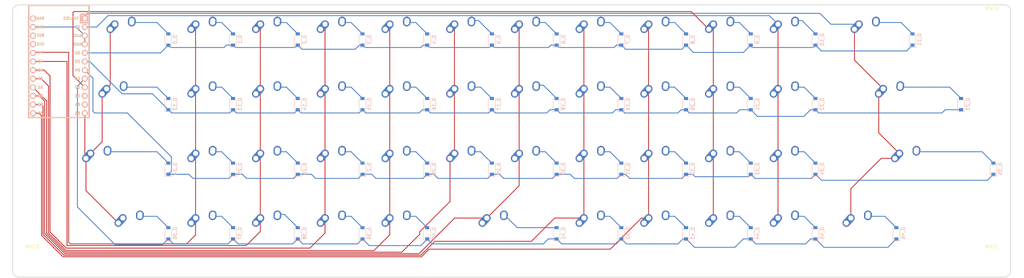
<source format=kicad_pcb>
(kicad_pcb (version 20211014) (generator pcbnew)
  (layers (0 "F.Cu" signal) (31 "B.Cu" signal) (34 "B.Paste" user) (35 "F.Paste" user) (36 "B.SilkS" user "B.Silkscreen") (37 "F.SilkS" user "F.Silkscreen") (38 "B.Mask" user) (39 "F.Mask" user) (44 "Edge.Cuts" user))
  (net 0 "")
  (net 1 "col0")
  (net 2 "col1")
  (net 3 "col2")
  (net 4 "col3")
  (net 5 "col4")
  (net 6 "col5")
  (net 7 "col6")
  (net 8 "col7")
  (net 9 "col8")
  (net 10 "col9")
  (net 11 "col10")
  (net 12 "col11")
  (net 13 "row0")
  (net 14 "row1")
  (net 15 "row2")
  (net 16 "row3")
  (net 17 "Net-(D_0-Pad2)")
  (net 18 "Net-(D_1-Pad2)")
  (net 19 "Net-(D_2-Pad2)")
  (net 20 "Net-(D_3-Pad2)")
  (net 21 "Net-(D_4-Pad2)")
  (net 22 "Net-(D_5-Pad2)")
  (net 23 "Net-(D_6-Pad2)")
  (net 24 "Net-(D_7-Pad2)")
  (net 25 "Net-(D_8-Pad2)")
  (net 26 "Net-(D_9-Pad2)")
  (net 27 "Net-(D_10-Pad2)")
  (net 28 "Net-(D_11-Pad2)")
  (net 29 "Net-(D_12-Pad2)")
  (net 30 "Net-(D_13-Pad2)")
  (net 31 "Net-(D_14-Pad2)")
  (net 32 "Net-(D_15-Pad2)")
  (net 33 "Net-(D_16-Pad2)")
  (net 34 "Net-(D_17-Pad2)")
  (net 35 "Net-(D_18-Pad2)")
  (net 36 "Net-(D_19-Pad2)")
  (net 37 "Net-(D_20-Pad2)")
  (net 38 "Net-(D_21-Pad2)")
  (net 39 "Net-(D_22-Pad2)")
  (net 40 "Net-(D_23-Pad2)")
  (net 41 "Net-(D_24-Pad2)")
  (net 42 "Net-(D_25-Pad2)")
  (net 43 "Net-(D_26-Pad2)")
  (net 44 "Net-(D_27-Pad2)")
  (net 45 "Net-(D_28-Pad2)")
  (net 46 "Net-(D_29-Pad2)")
  (net 47 "Net-(D_30-Pad2)")
  (net 48 "Net-(D_31-Pad2)")
  (net 49 "Net-(D_32-Pad2)")
  (net 50 "Net-(D_33-Pad2)")
  (net 51 "Net-(D_34-Pad2)")
  (net 52 "Net-(D_35-Pad2)")
  (net 53 "Net-(D_36-Pad2)")
  (net 54 "Net-(D_37-Pad2)")
  (net 55 "Net-(D_38-Pad2)")
  (net 56 "Net-(D_39-Pad2)")
  (net 57 "Net-(D_40-Pad2)")
  (net 58 "Net-(D_41-Pad2)")
  (net 59 "Net-(D_42-Pad2)")
  (net 60 "Net-(D_43-Pad2)")
  (net 61 "Net-(D_44-Pad2)")
  (net 62 "Net-(D_45-Pad2)")
  (net 63 "Net-(D_46-Pad2)")
  (net 64 "GND")
  (footprint "MX_Alps_Hybrid:MX-1U-NoLED" (layer "F.Cu") (at 291.548625 34.726)
    (fp_text reference "K_10")
    (fp_text value "KEYSW")
  )
  (footprint "MX_Alps_Hybrid:MX-1U-NoLED" (layer "F.Cu") (at 139.148625 53.776)
    (fp_text reference "K_14")
    (fp_text value "KEYSW")
  )
  (footprint "MX_Alps_Hybrid:MX-1U-NoLED" (layer "F.Cu") (at 234.398625 91.876)
    (fp_text reference "K_42")
    (fp_text value "KEYSW")
  )
  (footprint "MX_Alps_Hybrid:MX-1U-NoLED" (layer "F.Cu") (at 215.348625 72.826)
    (fp_text reference "K_30")
    (fp_text value "KEYSW")
  )
  (footprint "MX_Alps_Hybrid:MX-1U-NoLED" (layer "F.Cu") (at 272.498625 91.876)
    (fp_text reference "K_44")
    (fp_text value "KEYSW")
  )
  (footprint "MountingHole:MountingHole_3.2mm_M3" (layer "F.Cu") (at 352 30.25)
    (fp_text reference "MNT2")
    (fp_text value "MountingHole_3.2mm_M3")
  )
  (footprint "MX_Alps_Hybrid:MX-1U-NoLED" (layer "F.Cu") (at 234.398625 72.826)
    (fp_text reference "K_31")
    (fp_text value "KEYSW")
  )
  (footprint "MX_Alps_Hybrid:MX-1.25U-NoLED" (layer "F.Cu") (at 98.667375 91.876)
    (fp_text reference "K_36")
    (fp_text value "KEYSW")
  )
  (footprint "MX_Alps_Hybrid:MX-1U-NoLED" (layer "F.Cu") (at 234.398625 53.776)
    (fp_text reference "K_19")
    (fp_text value "KEYSW")
  )
  (footprint "MX_Alps_Hybrid:MX-1U-NoLED" (layer "F.Cu") (at 177.248625 72.826)
    (fp_text reference "K_28")
    (fp_text value "KEYSW")
  )
  (footprint "MX_Alps_Hybrid:MX-1U-NoLED" (layer "F.Cu") (at 177.248625 53.776)
    (fp_text reference "K_16")
    (fp_text value "KEYSW")
  )
  (footprint "MX_Alps_Hybrid:MX-1U-NoLED" (layer "F.Cu") (at 291.548625 91.876)
    (fp_text reference "K_45")
    (fp_text value "KEYSW")
  )
  (footprint "MX_Alps_Hybrid:MX-1U-NoLED" (layer "F.Cu") (at 177.248625 34.726)
    (fp_text reference "K_4")
    (fp_text value "KEYSW")
  )
  (footprint "MX_Alps_Hybrid:MX-1U-NoLED" (layer "F.Cu") (at 120.098625 72.826)
    (fp_text reference "K_25")
    (fp_text value "KEYSW")
  )
  (footprint "MountingHole:MountingHole_3.2mm_M3" (layer "F.Cu") (at 352 100.5)
    (fp_text reference "MNT1")
    (fp_text value "MountingHole_3.2mm_M3")
  )
  (footprint "MX_Alps_Hybrid:MX-1U-NoLED" (layer "F.Cu") (at 120.098625 34.726)
    (fp_text reference "K_1")
    (fp_text value "KEYSW")
  )
  (footprint "MX_Alps_Hybrid:MX-1U-NoLED" (layer "F.Cu") (at 253.448625 72.826)
    (fp_text reference "K_32")
    (fp_text value "KEYSW")
  )
  (footprint "MX_Alps_Hybrid:MX-1U-NoLED" (layer "F.Cu") (at 158.198625 53.776)
    (fp_text reference "K_15")
    (fp_text value "KEYSW")
  )
  (footprint "MX_Alps_Hybrid:MX-1U-NoLED" (layer "F.Cu") (at 158.198625 91.876)
    (fp_text reference "K_39")
    (fp_text value "KEYSW")
  )
  (footprint "MX_Alps_Hybrid:MX-1U-NoLED" (layer "F.Cu") (at 139.148625 34.726)
    (fp_text reference "K_2")
    (fp_text value "KEYSW")
  )
  (footprint "MX_Alps_Hybrid:MX-1U-NoLED" (layer "F.Cu") (at 158.198625 34.726)
    (fp_text reference "K_3")
    (fp_text value "KEYSW")
  )
  (footprint "MX_Alps_Hybrid:MX-1U-NoLED" (layer "F.Cu") (at 272.498625 53.776)
    (fp_text reference "K_21")
    (fp_text value "KEYSW")
  )
  (footprint "MX_Alps_Hybrid:MX-1U-NoLED" (layer "F.Cu") (at 215.348625 53.776)
    (fp_text reference "K_18")
    (fp_text value "KEYSW")
  )
  (footprint "MX_Alps_Hybrid:MX-1U-NoLED" (layer "F.Cu") (at 253.448625 91.876)
    (fp_text reference "K_43")
    (fp_text value "KEYSW")
  )
  (footprint "MX_Alps_Hybrid:MX-1U-NoLED" (layer "F.Cu") (at 196.298625 53.776)
    (fp_text reference "K_17")
    (fp_text value "KEYSW")
  )
  (footprint "MX_Alps_Hybrid:MX-1U-NoLED" (layer "F.Cu") (at 196.298625 34.726)
    (fp_text reference "K_5")
    (fp_text value "KEYSW")
  )
  (footprint "MX_Alps_Hybrid:MX-1U-NoLED" (layer "F.Cu") (at 253.448625 53.776)
    (fp_text reference "K_20")
    (fp_text value "KEYSW")
  )
  (footprint "MX_Alps_Hybrid:MX-1U-NoLED" (layer "F.Cu") (at 253.448625 34.726)
    (fp_text reference "K_8")
    (fp_text value "KEYSW")
  )
  (footprint "MX_Alps_Hybrid:MX-1U-NoLED" (layer "F.Cu") (at 234.398625 34.726)
    (fp_text reference "K_7")
    (fp_text value "KEYSW")
  )
  (footprint "MX_Alps_Hybrid:MX-1.75U-NoLED" (layer "F.Cu") (at 93.904875 53.776)
    (fp_text reference "K_12")
    (fp_text value "KEYSW")
  )
  (footprint "MX_Alps_Hybrid:MX-2.25U-NoLED" (layer "F.Cu") (at 322.504875 53.776)
    (fp_text reference "K_23")
    (fp_text value "KEYSW")
  )
  (footprint "MX_Alps_Hybrid:MX-1U-NoLED" (layer "F.Cu") (at 272.498625 72.826)
    (fp_text reference "K_33")
    (fp_text value "KEYSW")
  )
  (footprint "MX_Alps_Hybrid:MX-1U-NoLED" (layer "F.Cu") (at 196.298625 72.826)
    (fp_text reference "K_29")
    (fp_text value "KEYSW")
  )
  (footprint "MX_Alps_Hybrid:MX-1.5U-NoLED" (layer "F.Cu") (at 96.286125 34.726)
    (fp_text reference "K_0")
    (fp_text value "KEYSW")
  )
  (footprint "MX_Alps_Hybrid:MX-2.25U-NoLED" (layer "F.Cu") (at 89.142375 72.826)
    (fp_text reference "K_24")
    (fp_text value "KEYSW")
  )
  (footprint "MX_Alps_Hybrid:MX-1U-NoLED" (layer "F.Cu") (at 120.098625 91.876)
    (fp_text reference "K_37")
    (fp_text value "KEYSW")
  )
  (footprint "MX_Alps_Hybrid:MX-2U-NoLED" (layer "F.Cu") (at 205.823625 91.876)
    (fp_text reference "K_41")
    (fp_text value "KEYSW")
  )
  (footprint "MX_Alps_Hybrid:MX-1U-NoLED" (layer "F.Cu") (at 272.498625 34.726)
    (fp_text reference "K_9")
    (fp_text value "KEYSW")
  )
  (footprint "MX_Alps_Hybrid:MX-1.25U-NoLED" (layer "F.Cu") (at 312.979875 91.876)
    (fp_text reference "K_46")
    (fp_text value "KEYSW")
  )
  (footprint "MX_Alps_Hybrid:MX-1U-NoLED" (layer "F.Cu") (at 158.198625 72.826)
    (fp_text reference "K_27")
    (fp_text value "KEYSW")
  )
  (footprint "MX_Alps_Hybrid:MX-1U-NoLED" (layer "F.Cu") (at 291.548625 53.776)
    (fp_text reference "K_22")
    (fp_text value "KEYSW")
  )
  (footprint "MX_Alps_Hybrid:MX-1U-NoLED" (layer "F.Cu") (at 139.148625 72.826)
    (fp_text reference "K_26")
    (fp_text value "KEYSW")
  )
  (footprint "MX_Alps_Hybrid:MX-1U-NoLED" (layer "F.Cu") (at 177.248625 91.876)
    (fp_text reference "K_40")
    (fp_text value "KEYSW")
  )
  (footprint "MX_Alps_Hybrid:MX-1U-NoLED" (layer "F.Cu") (at 139.148625 91.876)
    (fp_text reference "K_38")
    (fp_text value "KEYSW")
  )
  (footprint "MX_Alps_Hybrid:MX-2.75U-NoLED" (layer "F.Cu") (at 327.267375 72.826)
    (fp_text reference "K_35")
    (fp_text value "KEYSW")
  )
  (footprint "MountingHole:MountingHole_3.2mm_M3" (layer "F.Cu") (at 69.5 100.5)
    (fp_text reference "MNT3")
    (fp_text value "MountingHole_3.2mm_M3")
  )
  (footprint "MX_Alps_Hybrid:MX-1U-NoLED" (layer "F.Cu") (at 291.548625 72.826)
    (fp_text reference "K_34")
    (fp_text value "KEYSW")
  )
  (footprint "MX_Alps_Hybrid:MX-1U-NoLED" (layer "F.Cu") (at 120.098625 53.776)
    (fp_text reference "K_13")
    (fp_text value "KEYSW")
  )
  (footprint "MX_Alps_Hybrid:MX-1.5U-NoLED" (layer "F.Cu") (at 315.361125 34.726)
    (fp_text reference "K_11")
    (fp_text value "KEYSW")
  )
  (footprint "MX_Alps_Hybrid:MX-1U-NoLED" (layer "F.Cu") (at 215.348625 34.726)
    (fp_text reference "K_6")
    (fp_text value "KEYSW")
  )
  (footprint "Diode_SMD:D_SOD-123" (layer "B.Cu") (at 128.623625 54.276 90)
    (fp_text reference "D_13")
    (fp_text value "D")
  )
  (footprint "Diode_SMD:D_SOD-123" (layer "B.Cu") (at 147.673625 35.226 90)
    (fp_text reference "D_2")
    (fp_text value "D")
  )
  (footprint "Diode_SMD:D_SOD-123" (layer "B.Cu") (at 300.073625 54.276 90)
    (fp_text reference "D_22")
    (fp_text value "D")
  )
  (footprint "Diode_SMD:D_SOD-123" (layer "B.Cu") (at 342.936125 54.276 90)
    (fp_text reference "D_23")
    (fp_text value "D")
  )
  (footprint "Diode_SMD:D_SOD-123" (layer "B.Cu") (at 261.973625 73.326 90)
    (fp_text reference "D_32")
    (fp_text value "D")
  )
  (footprint "Diode_SMD:D_SOD-123" (layer "B.Cu") (at 261.973625 35.226 90)
    (fp_text reference "D_8")
    (fp_text value "D")
  )
  (footprint "Diode_SMD:D_SOD-123" (layer "B.Cu") (at 128.623625 92.376 90)
    (fp_text reference "D_37")
    (fp_text value "D")
  )
  (footprint "Diode_SMD:D_SOD-123" (layer "B.Cu") (at 352.461125 73.326 90)
    (fp_text reference "D_35")
    (fp_text value "D")
  )
  (footprint "Diode_SMD:D_SOD-123" (layer "B.Cu") (at 109.573625 92.376 90)
    (fp_text reference "D_36")
    (fp_text value "D")
  )
  (footprint "Diode_SMD:D_SOD-123" (layer "B.Cu") (at 300.073625 35.226 90)
    (fp_text reference "D_10")
    (fp_text value "D")
  )
  (footprint "Diode_SMD:D_SOD-123" (layer "B.Cu") (at 128.623625 35.226 90)
    (fp_text reference "D_1")
    (fp_text value "D")
  )
  (footprint "Diode_SMD:D_SOD-123" (layer "B.Cu") (at 242.923625 73.326 90)
    (fp_text reference "D_31")
    (fp_text value "D")
  )
  (footprint "Diode_SMD:D_SOD-123" (layer "B.Cu") (at 281.023625 92.376 90)
    (fp_text reference "D_44")
    (fp_text value "D")
  )
  (footprint "Diode_SMD:D_SOD-123" (layer "B.Cu") (at 223.873625 35.226 90)
    (fp_text reference "D_6")
    (fp_text value "D")
  )
  (footprint "Diode_SMD:D_SOD-123" (layer "B.Cu") (at 328.648625 35.226 90)
    (fp_text reference "D_11")
    (fp_text value "D")
  )
  (footprint "Diode_SMD:D_SOD-123" (layer "B.Cu") (at 109.573625 54.276 90)
    (fp_text reference "D_12")
    (fp_text value "D")
  )
  (footprint "Diode_SMD:D_SOD-123" (layer "B.Cu") (at 109.573625 73.326 90)
    (fp_text reference "D_24")
    (fp_text value "D")
  )
  (footprint "Diode_SMD:D_SOD-123" (layer "B.Cu") (at 166.723625 35.226 90)
    (fp_text reference "D_3")
    (fp_text value "D")
  )
  (footprint "Diode_SMD:D_SOD-123" (layer "B.Cu") (at 281.023625 35.226 90)
    (fp_text reference "D_9")
    (fp_text value "D")
  )
  (footprint "Diode_SMD:D_SOD-123" (layer "B.Cu") (at 185.773625 54.276 90)
    (fp_text reference "D_16")
    (fp_text value "D")
  )
  (footprint "Diode_SMD:D_SOD-123" (layer "B.Cu") (at 281.023625 54.276 90)
    (fp_text reference "D_21")
    (fp_text value "D")
  )
  (footprint "Diode_SMD:D_SOD-123" (layer "B.Cu") (at 242.923625 54.276 90)
    (fp_text reference "D_19")
    (fp_text value "D")
  )
  (footprint "Diode_SMD:D_SOD-123" (layer "B.Cu") (at 242.923625 92.376 90)
    (fp_text reference "D_42")
    (fp_text value "D")
  )
  (footprint "Diode_SMD:D_SOD-123" (layer "B.Cu") (at 261.973625 92.376 90)
    (fp_text reference "D_43")
    (fp_text value "D")
  )
  (footprint "Diode_SMD:D_SOD-123" (layer "B.Cu") (at 166.723625 92.376 90)
    (fp_text reference "D_39")
    (fp_text value "D")
  )
  (footprint "Diode_SMD:D_SOD-123" (layer "B.Cu") (at 204.823625 73.326 90)
    (fp_text reference "D_29")
    (fp_text value "D")
  )
  (footprint "Diode_SMD:D_SOD-123" (layer "B.Cu") (at 128.623625 73.326 90)
    (fp_text reference "D_25")
    (fp_text value "D")
  )
  (footprint "Diode_SMD:D_SOD-123" (layer "B.Cu") (at 185.773625 35.226 90)
    (fp_text reference "D_4")
    (fp_text value "D")
  )
  (footprint "Diode_SMD:D_SOD-123" (layer "B.Cu") (at 261.973625 54.276 90)
    (fp_text reference "D_20")
    (fp_text value "D")
  )
  (footprint "Diode_SMD:D_SOD-123" (layer "B.Cu") (at 147.673625 54.276 90)
    (fp_text reference "D_14")
    (fp_text value "D")
  )
  (footprint "Diode_SMD:D_SOD-123" (layer "B.Cu") (at 223.873625 73.326 90)
    (fp_text reference "D_30")
    (fp_text value "D")
  )
  (footprint "Diode_SMD:D_SOD-123" (layer "B.Cu") (at 166.723625 73.326 90)
    (fp_text reference "D_27")
    (fp_text value "D")
  )
  (footprint "Diode_SMD:D_SOD-123" (layer "B.Cu") (at 147.673625 73.326 90)
    (fp_text reference "D_26")
    (fp_text value "D")
  )
  (footprint "Diode_SMD:D_SOD-123" (layer "B.Cu") (at 147.673625 92.376 90)
    (fp_text reference "D_38")
    (fp_text value "D")
  )
  (footprint "Diode_SMD:D_SOD-123" (layer "B.Cu") (at 185.773625 92.376 90)
    (fp_text reference "D_40")
    (fp_text value "D")
  )
  (footprint "Diode_SMD:D_SOD-123" (layer "B.Cu") (at 204.823625 54.276 90)
    (fp_text reference "D_17")
    (fp_text value "D")
  )
  (footprint "Diode_SMD:D_SOD-123" (layer "B.Cu") (at 109.573625 35.226 90)
    (fp_text reference "D_0")
    (fp_text value "D")
  )
  (footprint "Diode_SMD:D_SOD-123" (layer "B.Cu") (at 204.823625 35.226 90)
    (fp_text reference "D_5")
    (fp_text value "D")
  )
  (footprint "Diode_SMD:D_SOD-123" (layer "B.Cu") (at 223.873625 54.276 90)
    (fp_text reference "D_18")
    (fp_text value "D")
  )
  (footprint "Diode_SMD:D_SOD-123" (layer "B.Cu") (at 185.773625 73.326 90)
    (fp_text reference "D_28")
    (fp_text value "D")
  )
  (footprint "Diode_SMD:D_SOD-123" (layer "B.Cu") (at 281.023625 73.326 90)
    (fp_text reference "D_33")
    (fp_text value "D")
  )
  (footprint "Diode_SMD:D_SOD-123" (layer "B.Cu") (at 323.886125 92.376 90)
    (fp_text reference "D_46")
    (fp_text value "D")
  )
  (footprint "Keebio-Parts:ArduinoProMicro" (layer "B.Cu") (at 77.363125 42.981 -90)
    (fp_text reference "U1" hide)
    (fp_text value "ProMicro" hide)
  )
  (footprint "Diode_SMD:D_SOD-123" (layer "B.Cu") (at 300.073625 92.376 90)
    (fp_text reference "D_45")
    (fp_text value "D")
  )
  (footprint "Diode_SMD:D_SOD-123" (layer "B.Cu") (at 223.873625 92.376 90)
    (fp_text reference "D_41")
    (fp_text value "D")
  )
  (footprint "Diode_SMD:D_SOD-123" (layer "B.Cu") (at 166.723625 54.276 90)
    (fp_text reference "D_15")
    (fp_text value "D")
  )
  (footprint "Diode_SMD:D_SOD-123" (layer "B.Cu") (at 300.073625 73.326 90)
    (fp_text reference "D_34")
    (fp_text value "D")
  )
  (footprint "Diode_SMD:D_SOD-123" (layer "B.Cu") (at 242.923625 35.226 90)
    (fp_text reference "D_7")
    (fp_text value "D")
  )
  (gr_line (start 355.745072 105.289576) (end 65.450292 105.289576) (layer "Edge.Cuts") (width 0.2))
  (gr_line (start 65.53536 25) (end 355.813844 25) (layer "Edge.Cuts") (width 0.2))
  (gr_line (start 357.5 26.711422) (end 357.5 103.5) (layer "Edge.Cuts") (width 0.2))
  (gr_line (start 63.75 103.534648) (end 63.75 26.75) (layer "Edge.Cuts") (width 0.2))
  (gr_arc (start 355.813844 25) (mid 356.997398 25.520261) (end 357.5 26.711422) (layer "Edge.Cuts") (width 0.2))
  (gr_arc (start 63.75 26.75) (mid 64.299321 25.524703) (end 65.53536 25) (layer "Edge.Cuts") (width 0.2))
  (gr_arc (start 357.5 103.5) (mid 356.980879 104.746193) (end 355.745072 105.289576) (layer "Edge.Cuts") (width 0.2))
  (gr_arc (start 65.450292 105.289576) (mid 64.242818 104.758315) (end 63.75 103.534648) (layer "Edge.Cuts") (width 0.2))
  (segment (start 84.983125 56.951) (end 84.983125 69.93675) (width 0.25) (layer "F.Cu") (net 1))
  (segment (start 85.332375 79.811) (end 85.332375 70.286) (width 0.25) (layer "F.Cu") (net 1))
  (segment (start 92.476125 48.70475) (end 91.404875 49.776) (width 0.25) (layer "F.Cu") (net 1))
  (segment (start 92.476125 32.186) (end 92.476125 48.70475) (width 0.25) (layer "F.Cu") (net 1))
  (segment (start 90.094875 51.236) (end 90.094875 65.3735) (width 0.25) (layer "F.Cu") (net 1))
  (segment (start 84.983125 69.93675) (end 85.332375 70.286) (width 0.25) (layer "F.Cu") (net 1))
  (segment (start 94.857375 89.336) (end 85.332375 79.811) (width 0.25) (layer "F.Cu") (net 1))
  (segment (start 90.094875 65.3735) (end 86.642375 68.826) (width 0.25) (layer "F.Cu") (net 1))
  (segment (start 117.598625 92.831536) (end 114.930161 95.5) (width 0.25) (layer "F.Cu") (net 2))
  (segment (start 80.23 39.02) (end 80.25 39) (width 0.25) (layer "F.Cu") (net 2))
  (segment (start 80.23 94.98) (end 80.23 39.02) (width 0.25) (layer "F.Cu") (net 2))
  (segment (start 80.25 39) (end 69.914125 39) (width 0.25) (layer "F.Cu") (net 2))
  (segment (start 80.75 95.5) (end 80.23 94.98) (width 0.25) (layer "F.Cu") (net 2))
  (segment (start 117.598625 87.876) (end 117.598625 92.831536) (width 0.25) (layer "F.Cu") (net 2))
  (segment (start 117.598625 49.776) (end 117.598625 68.826) (width 0.25) (layer "F.Cu") (net 2))
  (segment (start 114.930161 95.5) (end 80.75 95.5) (width 0.25) (layer "F.Cu") (net 2))
  (segment (start 69.914125 39) (end 69.743125 39.171) (width 0.25) (layer "F.Cu") (net 2))
  (segment (start 117.598625 30.726) (end 117.598625 49.776) (width 0.25) (layer "F.Cu") (net 2))
  (segment (start 117.598625 87.876) (end 117.598625 68.826) (width 0.25) (layer "F.Cu") (net 2))
  (segment (start 136.648625 91.851375) (end 132.5 96) (width 0.25) (layer "F.Cu") (net 3))
  (segment (start 132.5 96) (end 79.75 96) (width 0.25) (layer "F.Cu") (net 3))
  (segment (start 136.648625 87.876) (end 136.648625 68.826) (width 0.25) (layer "F.Cu") (net 3))
  (segment (start 136.648625 49.776) (end 136.648625 30.726) (width 0.25) (layer "F.Cu") (net 3))
  (segment (start 79.75 96) (end 79.75 41.75) (width 0.25) (layer "F.Cu") (net 3))
  (segment (start 136.648625 87.876) (end 136.648625 91.851375) (width 0.25) (layer "F.Cu") (net 3))
  (segment (start 79.711 41.711) (end 69.743125 41.711) (width 0.25) (layer "F.Cu") (net 3))
  (segment (start 136.648625 68.826) (end 136.648625 49.776) (width 0.25) (layer "F.Cu") (net 3))
  (segment (start 79.75 41.75) (end 79.711 41.711) (width 0.25) (layer "F.Cu") (net 3))
  (segment (start 155.698625 87.876) (end 155.698625 92.301375) (width 0.25) (layer "F.Cu") (net 4))
  (segment (start 155.698625 49.776) (end 155.698625 30.726) (width 0.25) (layer "F.Cu") (net 4))
  (segment (start 155.698625 92.301375) (end 151.25 96.75) (width 0.25) (layer "F.Cu") (net 4))
  (segment (start 74.75 46.002) (end 72.999 44.251) (width 0.25) (layer "F.Cu") (net 4))
  (segment (start 151.25 96.75) (end 79.5 96.75) (width 0.25) (layer "F.Cu") (net 4))
  (segment (start 72.999 44.251) (end 69.743125 44.251) (width 0.25) (layer "F.Cu") (net 4))
  (segment (start 155.698625 87.876) (end 155.698625 68.826) (width 0.25) (layer "F.Cu") (net 4))
  (segment (start 74.75 92) (end 74.75 46.002) (width 0.25) (layer "F.Cu") (net 4))
  (segment (start 79.5 96.75) (end 74.75 92) (width 0.25) (layer "F.Cu") (net 4))
  (segment (start 155.698625 68.826) (end 155.698625 49.776) (width 0.25) (layer "F.Cu") (net 4))
  (segment (start 170.080161 97.5) (end 79.5 97.5) (width 0.25) (layer "F.Cu") (net 5))
  (segment (start 72.153 46.791) (end 69.743125 46.791) (width 0.25) (layer "F.Cu") (net 5))
  (segment (start 174.748625 87.876) (end 174.748625 68.826) (width 0.25) (layer "F.Cu") (net 5))
  (segment (start 79.5 97.5) (end 74.3 92.3) (width 0.25) (layer "F.Cu") (net 5))
  (segment (start 74.3 48.938) (end 72.153 46.791) (width 0.25) (layer "F.Cu") (net 5))
  (segment (start 174.748625 68.826) (end 174.748625 49.776) (width 0.25) (layer "F.Cu") (net 5))
  (segment (start 174.748625 92.831536) (end 170.080161 97.5) (width 0.25) (layer "F.Cu") (net 5))
  (segment (start 174.748625 87.876) (end 174.748625 92.831536) (width 0.25) (layer "F.Cu") (net 5))
  (segment (start 174.748625 30.726) (end 174.748625 49.776) (width 0.25) (layer "F.Cu") (net 5))
  (segment (start 74.3 92.3) (end 74.3 48.938) (width 0.25) (layer "F.Cu") (net 5))
  (segment (start 193.798625 30.726) (end 193.798625 49.776) (width 0.25) (layer "F.Cu") (net 6))
  (segment (start 73.75 92.386396) (end 73.75 53.337875) (width 0.25) (layer "F.Cu") (net 6))
  (segment (start 178.3 97.95) (end 79.313604 97.95) (width 0.25) (layer "F.Cu") (net 6))
  (segment (start 79.313604 97.95) (end 73.75 92.386396) (width 0.25) (layer "F.Cu") (net 6))
  (segment (start 73.75 53.337875) (end 69.743125 49.331) (width 0.25) (layer "F.Cu") (net 6))
  (segment (start 183.578626 91.901998) (end 183.578626 92.671374) (width 0.25) (layer "F.Cu") (net 6))
  (segment (start 192.488625 82.991999) (end 183.578626 91.901998) (width 0.25) (layer "F.Cu") (net 6))
  (segment (start 192.488625 70.286) (end 192.488625 82.991999) (width 0.25) (layer "F.Cu") (net 6))
  (segment (start 193.798625 68.826) (end 193.798625 49.776) (width 0.25) (layer "F.Cu") (net 6))
  (segment (start 183.578626 92.671374) (end 178.3 97.95) (width 0.25) (layer "F.Cu") (net 6))
  (segment (start 183.35 98.4) (end 79.127208 98.4) (width 0.25) (layer "F.Cu") (net 7))
  (segment (start 212.848625 78.351) (end 212.848625 68.826) (width 0.25) (layer "F.Cu") (net 7))
  (segment (start 193.874 87.876) (end 183.35 98.4) (width 0.25) (layer "F.Cu") (net 7))
  (segment (start 79.127208 98.4) (end 73.137864 92.410656) (width 0.25) (layer "F.Cu") (net 7))
  (segment (start 212.848625 78.351) (end 203.323625 87.876) (width 0.25) (layer "F.Cu") (net 7))
  (segment (start 71.646729 51.871) (end 69.743125 51.871) (width 0.25) (layer "F.Cu") (net 7))
  (segment (start 212.848625 49.776) (end 212.848625 30.726) (width 0.25) (layer "F.Cu") (net 7))
  (segment (start 73.137864 53.362135) (end 71.646729 51.871) (width 0.25) (layer "F.Cu") (net 7))
  (segment (start 212.848625 68.826) (end 212.848625 49.776) (width 0.25) (layer "F.Cu") (net 7))
  (segment (start 203.323625 87.876) (end 193.874 87.876) (width 0.25) (layer "F.Cu") (net 7))
  (segment (start 73.137864 92.410656) (end 73.137864 53.362135) (width 0.25) (layer "F.Cu") (net 7))
  (segment (start 231.898625 30.726) (end 231.898625 49.776) (width 0.25) (layer "F.Cu") (net 8))
  (segment (start 183.9 98.85) (end 78.85 98.85) (width 0.25) (layer "F.Cu") (net 8))
  (segment (start 223.316362 87.876) (end 216.442362 94.75) (width 0.25) (layer "F.Cu") (net 8))
  (segment (start 231.898625 87.876) (end 223.316362 87.876) (width 0.25) (layer "F.Cu") (net 8))
  (segment (start 72.687864 92.687864) (end 72.687864 55) (width 0.25) (layer "F.Cu") (net 8))
  (segment (start 78.85 98.85) (end 72.687864 92.687864) (width 0.25) (layer "F.Cu") (net 8))
  (segment (start 231.898625 49.776) (end 231.898625 68.826) (width 0.25) (layer "F.Cu") (net 8))
  (segment (start 72.687864 55) (end 72.098864 54.411) (width 0.25) (layer "F.Cu") (net 8))
  (segment (start 231.898625 87.876) (end 231.898625 68.826) (width 0.25) (layer "F.Cu") (net 8))
  (segment (start 216.442362 94.75) (end 188 94.75) (width 0.25) (layer "F.Cu") (net 8))
  (segment (start 72.098864 54.411) (end 69.743125 54.411) (width 0.25) (layer "F.Cu") (net 8))
  (segment (start 188 94.75) (end 183.9 98.85) (width 0.25) (layer "F.Cu") (net 8))
  (segment (start 78.55 99.3) (end 72.237864 92.987864) (width 0.25) (layer "F.Cu") (net 9))
  (segment (start 186.318198 97.068198) (end 184.086396 99.3) (width 0.25) (layer "F.Cu") (net 9))
  (segment (start 250.948625 49.776) (end 250.948625 30.726) (width 0.25) (layer "F.Cu") (net 9))
  (segment (start 71.438864 56.951) (end 69.743125 56.951) (width 0.25) (layer "F.Cu") (net 9))
  (segment (start 72.237864 57.75) (end 71.438864 56.951) (width 0.25) (layer "F.Cu") (net 9))
  (segment (start 250.948625 87.876) (end 248.833089 87.876) (width 0.25) (layer "F.Cu") (net 9))
  (segment (start 248.833089 87.876) (end 239.640891 97.068198) (width 0.25) (layer "F.Cu") (net 9))
  (segment (start 239.640891 97.068198) (end 186.318198 97.068198) (width 0.25) (layer "F.Cu") (net 9))
  (segment (start 250.948625 68.826) (end 250.948625 49.776) (width 0.25) (layer "F.Cu") (net 9))
  (segment (start 72.237864 92.987864) (end 72.237864 57.75) (width 0.25) (layer "F.Cu") (net 9))
  (segment (start 250.948625 87.876) (end 250.948625 68.826) (width 0.25) (layer "F.Cu") (net 9))
  (segment (start 184.086396 99.3) (end 78.55 99.3) (width 0.25) (layer "F.Cu") (net 9))
  (segment (start 269.998625 68.826) (end 269.998625 87.876) (width 0.25) (layer "F.Cu") (net 10))
  (segment (start 263.502625 27) (end 81.75 27) (width 0.25) (layer "F.Cu") (net 10))
  (segment (start 81.5 27.25) (end 81.5 45.847875) (width 0.25) (layer "F.Cu") (net 10))
  (segment (start 81.5 45.847875) (end 84.983125 49.331) (width 0.25) (layer "F.Cu") (net 10))
  (segment (start 269.998625 49.776) (end 269.998625 68.826) (width 0.25) (layer "F.Cu") (net 10))
  (segment (start 81.75 27) (end 81.5 27.25) (width 0.25) (layer "F.Cu") (net 10))
  (segment (start 269.998625 30.726) (end 269.998625 49.776) (width 0.25) (layer "F.Cu") (net 10))
  (segment (start 268.688625 32.186) (end 263.502625 27) (width 0.25) (layer "F.Cu") (net 10))
  (segment (start 289.048625 68.826) (end 289.048625 49.776) (width 0.25) (layer "F.Cu") (net 11))
  (segment (start 289.048625 49.776) (end 289.048625 30.726) (width 0.25) (layer "F.Cu") (net 11))
  (segment (start 289.048625 87.876) (end 289.048625 68.826) (width 0.25) (layer "F.Cu") (net 11))
  (segment (start 91.804 28.196) (end 88.449 31.551) (width 0.25) (layer "B.Cu") (net 11))
  (segment (start 286.518625 28.196) (end 91.804 28.196) (width 0.25) (layer "B.Cu") (net 11))
  (segment (start 289.048625 30.726) (end 286.518625 28.196) (width 0.25) (layer "B.Cu") (net 11))
  (segment (start 88.449 31.551) (end 84.983125 31.551) (width 0.25) (layer "B.Cu") (net 11))
  (segment (start 318.694875 62.7535) (end 318.694875 51.236) (width 0.25) (layer "F.Cu") (net 12))
  (segment (start 310.479875 87.876) (end 310.479875 79.230237) (width 0.25) (layer "F.Cu") (net 12))
  (segment (start 319.424112 70.286) (end 323.457375 70.286) (width 0.25) (layer "F.Cu") (net 12))
  (segment (start 311.551125 41.32225) (end 311.551125 32.186) (width 0.25) (layer "F.Cu") (net 12))
  (segment (start 310.479875 79.230237) (end 319.424112 70.286) (width 0.25) (layer "F.Cu") (net 12))
  (segment (start 324.767375 68.826) (end 318.694875 62.7535) (width 0.25) (layer "F.Cu") (net 12))
  (segment (start 320.004875 49.776) (end 311.551125 41.32225) (width 0.25) (layer "F.Cu") (net 12))
  (segment (start 304.623625 30.726) (end 301.397625 27.5) (width 0.25) (layer "B.Cu") (net 12))
  (segment (start 85.75 27.5) (end 84.983125 28.266875) (width 0.25) (layer "B.Cu") (net 12))
  (segment (start 312.861125 30.726) (end 304.623625 30.726) (width 0.25) (layer "B.Cu") (net 12))
  (segment (start 301.397625 27.5) (end 85.75 27.5) (width 0.25) (layer "B.Cu") (net 12))
  (segment (start 84.983125 28.266875) (end 84.983125 29.011) (width 0.25) (layer "B.Cu") (net 12))
  (segment (start 147.528 36.876) (end 146.812 37.592) (width 0.25) (layer "B.Cu") (net 13))
  (segment (start 185.773625 36.876) (end 186.489625 37.592) (width 0.25) (layer "B.Cu") (net 13))
  (segment (start 109.573625 36.876) (end 107.278625 39.171) (width 0.25) (layer "B.Cu") (net 13))
  (segment (start 244.147625 38.1) (end 242.923625 36.876) (width 0.25) (layer "B.Cu") (net 13))
  (segment (start 261.973625 36.876) (end 260.749625 38.1) (width 0.25) (layer "B.Cu") (net 13))
  (segment (start 224.589625 37.592) (end 240.792 37.592) (width 0.25) (layer "B.Cu") (net 13))
  (segment (start 281.023625 37.183625) (end 281.432 37.592) (width 0.25) (layer "B.Cu") (net 13))
  (segment (start 328.648625 36.876) (end 326.92437 38.600255) (width 0.25) (layer "B.Cu") (net 13))
  (segment (start 223.873625 36.876) (end 224.589625 37.592) (width 0.25) (layer "B.Cu") (net 13))
  (segment (start 281.023625 36.876) (end 278.842263 39.057362) (width 0.25) (layer "B.Cu") (net 13))
  (segment (start 240.792 37.592) (end 241.508 36.876) (width 0.25) (layer "B.Cu") (net 13))
  (segment (start 260.749625 38.1) (end 244.147625 38.1) (width 0.25) (layer "B.Cu") (net 13))
  (segment (start 281.023625 36.876) (end 281.023625 37.183625) (width 0.25) (layer "B.Cu") (net 13))
  (segment (start 125.984 37.592) (end 126.7 36.876) (width 0.25) (layer "B.Cu") (net 13))
  (segment (start 301.79788 38.600255) (end 300.073625 36.876) (width 0.25) (layer "B.Cu") (net 13))
  (segment (start 166.723625 36.876) (end 167.439625 37.592) (width 0.25) (layer "B.Cu") (net 13))
  (segment (start 165.816 36.876) (end 166.723625 36.876) (width 0.25) (layer "B.Cu") (net 13))
  (segment (start 147.673625 36.876) (end 148.897625 38.1) (width 0.25) (layer "B.Cu") (net 13))
  (segment (start 204.107625 37.592) (end 204.823625 36.876) (width 0.25) (layer "B.Cu") (net 13))
  (segment (start 186.489625 37.592) (end 204.107625 37.592) (width 0.25) (layer "B.Cu") (net 13))
  (segment (start 278.842263 39.057362) (end 264.154987 39.057362) (width 0.25) (layer "B.Cu") (net 13))
  (segment (start 222.204 36.876) (end 223.873625 36.876) (width 0.25) (layer "B.Cu") (net 13))
  (segment (start 204.823625 36.876) (end 205.539625 37.592) (width 0.25) (layer "B.Cu") (net 13))
  (segment (start 167.439625 37.592) (end 183.896 37.592) (width 0.25) (layer "B.Cu") (net 13))
  (segment (start 109.573625 36.876) (end 110.289625 37.592) (width 0.25) (layer "B.Cu") (net 13))
  (segment (start 147.673625 36.876) (end 147.528 36.876) (width 0.25) (layer "B.Cu") (net 13))
  (segment (start 148.897625 38.1) (end 164.592 38.1) (width 0.25) (layer "B.Cu") (net 13))
  (segment (start 129.339625 37.592) (end 146.812 37.592) (width 0.25) (layer "B.Cu") (net 13))
  (segment (start 264.154987 39.057362) (end 261.973625 36.876) (width 0.25) (layer "B.Cu") (net 13))
  (segment (start 126.7 36.876) (end 128.623625 36.876) (width 0.25) (layer "B.Cu") (net 13))
  (segment (start 221.488 37.592) (end 222.204 36.876) (width 0.25) (layer "B.Cu") (net 13))
  (segment (start 110.289625 37.592) (end 125.984 37.592) (width 0.25) (layer "B.Cu") (net 13))
  (segment (start 184.612 36.876) (end 185.773625 36.876) (width 0.25) (layer "B.Cu") (net 13))
  (segment (start 183.896 37.592) (end 184.612 36.876) (width 0.25) (layer "B.Cu") (net 13))
  (segment (start 326.92437 38.600255) (end 301.79788 38.600255) (width 0.25) (layer "B.Cu") (net 13))
  (segment (start 128.623625 36.876) (end 129.339625 37.592) (width 0.25) (layer "B.Cu") (net 13))
  (segment (start 164.592 38.1) (end 165.816 36.876) (width 0.25) (layer "B.Cu") (net 13))
  (segment (start 107.278625 39.171) (end 84.983125 39.171) (width 0.25) (layer "B.Cu") (net 13))
  (segment (start 299.357625 37.592) (end 281.432 37.592) (width 0.25) (layer "B.Cu") (net 13))
  (segment (start 300.073625 36.876) (end 299.357625 37.592) (width 0.25) (layer "B.Cu") (net 13))
  (segment (start 205.539625 37.592) (end 221.488 37.592) (width 0.25) (layer "B.Cu") (net 13))
  (segment (start 241.508 36.876) (end 242.923625 36.876) (width 0.25) (layer "B.Cu") (net 13))
  (segment (start 148.643625 56.896) (end 165.753625 56.896) (width 0.25) (layer "B.Cu") (net 14))
  (segment (start 223.873625 55.926) (end 224.843625 56.896) (width 0.25) (layer "B.Cu") (net 14))
  (segment (start 183.388 56.896) (end 184.358 55.926) (width 0.25) (layer "B.Cu") (net 14))
  (segment (start 240.284 56.896) (end 241.254 55.926) (width 0.25) (layer "B.Cu") (net 14))
  (segment (start 276.86 56.896) (end 277.83 55.926) (width 0.25) (layer "B.Cu") (net 14))
  (segment (start 296.672 57.912) (end 298.658 55.926) (width 0.25) (layer "B.Cu") (net 14))
  (segment (start 110.543625 56.896) (end 127.653625 56.896) (width 0.25) (layer "B.Cu") (net 14))
  (segment (start 338.282 55.926) (end 342.936125 55.926) (width 0.25) (layer "B.Cu") (net 14))
  (segment (start 277.83 55.926) (end 281.023625 55.926) (width 0.25) (layer "B.Cu") (net 14))
  (segment (start 109.573625 55.926) (end 104.896717 51.249092) (width 0.25) (layer "B.Cu") (net 14))
  (segment (start 298.658 55.926) (end 300.073625 55.926) (width 0.25) (layer "B.Cu") (net 14))
  (segment (start 259.588 56.896) (end 260.558 55.926) (width 0.25) (layer "B.Cu") (net 14))
  (segment (start 301.043625 56.896) (end 337.312 56.896) (width 0.25) (layer "B.Cu") (net 14))
  (segment (start 262.943625 56.896) (end 276.86 56.896) (width 0.25) (layer "B.Cu") (net 14))
  (segment (start 281.023625 55.926) (end 283.009625 57.912) (width 0.25) (layer "B.Cu") (net 14))
  (segment (start 205.793625 56.896) (end 220.98 56.896) (width 0.25) (layer "B.Cu") (net 14))
  (segment (start 204.823625 55.926) (end 205.793625 56.896) (width 0.25) (layer "B.Cu") (net 14))
  (segment (start 95.953092 51.249092) (end 86.415 41.711) (width 0.25) (layer "B.Cu") (net 14))
  (segment (start 221.95 55.926) (end 223.873625 55.926) (width 0.25) (layer "B.Cu") (net 14))
  (segment (start 260.558 55.926) (end 261.973625 55.926) (width 0.25) (layer "B.Cu") (net 14))
  (segment (start 203.853625 56.896) (end 204.823625 55.926) (width 0.25) (layer "B.Cu") (net 14))
  (segment (start 165.753625 56.896) (end 166.723625 55.926) (width 0.25) (layer "B.Cu") (net 14))
  (segment (start 224.843625 56.896) (end 240.284 56.896) (width 0.25) (layer "B.Cu") (net 14))
  (segment (start 129.593625 56.896) (end 146.703625 56.896) (width 0.25) (layer "B.Cu") (net 14))
  (segment (start 220.98 56.896) (end 221.95 55.926) (width 0.25) (layer "B.Cu") (net 14))
  (segment (start 185.773625 55.926) (end 186.743625 56.896) (width 0.25) (layer "B.Cu") (net 14))
  (segment (start 128.623625 55.926) (end 129.593625 56.896) (width 0.25) (layer "B.Cu") (net 14))
  (segment (start 146.703625 56.896) (end 147.673625 55.926) (width 0.25) (layer "B.Cu") (net 14))
  (segment (start 283.009625 57.912) (end 296.672 57.912) (width 0.25) (layer "B.Cu") (net 14))
  (segment (start 166.723625 55.926) (end 167.693625 56.896) (width 0.25) (layer "B.Cu") (net 14))
  (segment (start 127.653625 56.896) (end 128.623625 55.926) (width 0.25) (layer "B.Cu") (net 14))
  (segment (start 147.673625 55.926) (end 148.643625 56.896) (width 0.25) (layer "B.Cu") (net 14))
  (segment (start 104.896717 51.249092) (end 95.953092 51.249092) (width 0.25) (layer "B.Cu") (net 14))
  (segment (start 186.743625 56.896) (end 203.853625 56.896) (width 0.25) (layer "B.Cu") (net 14))
  (segment (start 167.693625 56.896) (end 183.388 56.896) (width 0.25) (layer "B.Cu") (net 14))
  (segment (start 243.893625 56.896) (end 259.588 56.896) (width 0.25) (layer "B.Cu") (net 14))
  (segment (start 86.415 41.711) (end 84.983125 41.711) (width 0.25) (layer "B.Cu") (net 14))
  (segment (start 184.358 55.926) (end 185.773625 55.926) (width 0.25) (layer "B.Cu") (net 14))
  (segment (start 261.973625 55.926) (end 262.943625 56.896) (width 0.25) (layer "B.Cu") (net 14))
  (segment (start 337.312 56.896) (end 338.282 55.926) (width 0.25) (layer "B.Cu") (net 14))
  (segment (start 300.073625 55.926) (end 301.043625 56.896) (width 0.25) (layer "B.Cu") (net 14))
  (segment (start 109.573625 55.926) (end 110.543625 56.896) (width 0.25) (layer "B.Cu") (net 14))
  (segment (start 242.923625 55.926) (end 243.893625 56.896) (width 0.25) (layer "B.Cu") (net 14))
  (segment (start 241.254 55.926) (end 242.923625 55.926) (width 0.25) (layer "B.Cu") (net 14))
  (segment (start 298.849625 76.2) (end 282.247625 76.2) (width 0.25) (layer "B.Cu") (net 15))
  (segment (start 264.668 75.692) (end 263.952 74.976) (width 0.25) (layer "B.Cu") (net 15))
  (segment (start 110.498625 69.888065) (end 97.50656 56.896) (width 0.25) (layer "B.Cu") (net 15))
  (segment (start 263.952 74.976) (end 261.973625 74.976) (width 0.25) (layer "B.Cu") (net 15))
  (segment (start 203.599625 76.2) (end 188.976 76.2) (width 0.25) (layer "B.Cu") (net 15))
  (segment (start 223.873625 74.976) (end 222.649625 76.2) (width 0.25) (layer "B.Cu") (net 15))
  (segment (start 97.50656 56.896) (end 87.884 56.896) (width 0.25) (layer "B.Cu") (net 15))
  (segment (start 170.688 76.2) (end 169.464 74.976) (width 0.25) (layer "B.Cu") (net 15))
  (segment (start 244.14 74.976) (end 242.923625 74.976) (width 0.25) (layer "B.Cu") (net 15))
  (segment (start 115.616 74.976) (end 109.573625 74.976) (width 0.25) (layer "B.Cu") (net 15))
  (segment (start 151.684 74.976) (end 147.673625 74.976) (width 0.25) (layer "B.Cu") (net 15))
  (segment (start 187.752 74.976) (end 185.773625 74.976) (width 0.25) (layer "B.Cu") (net 15))
  (segment (start 132.588 76.2) (end 131.364 74.976) (width 0.25) (layer "B.Cu") (net 15))
  (segment (start 207.056 74.976) (end 204.823625 74.976) (width 0.25) (layer "B.Cu") (net 15))
  (segment (start 152.908 76.2) (end 151.684 74.976) (width 0.25) (layer "B.Cu") (net 15))
  (segment (start 227.884 74.976) (end 223.873625 74.976) (width 0.25) (layer "B.Cu") (net 15))
  (segment (start 109.573625 74.976) (end 110.498625 74.051) (width 0.25) (layer "B.Cu") (net 15))
  (segment (start 222.649625 76.2) (end 208.28 76.2) (width 0.25) (layer "B.Cu") (net 15))
  (segment (start 87.884 56.896) (end 87.376 56.388) (width 0.25) (layer "B.Cu") (net 15))
  (segment (start 260.749625 76.2) (end 245.364 76.2) (width 0.25) (layer "B.Cu") (net 15))
  (segment (start 281.023625 74.976) (end 280.307625 75.692) (width 0.25) (layer "B.Cu") (net 15))
  (segment (start 146.449625 76.2) (end 132.588 76.2) (width 0.25) (layer "B.Cu") (net 15))
  (segment (start 184.549625 76.2) (end 170.688 76.2) (width 0.25) (layer "B.Cu") (net 15))
  (segment (start 229.108 76.2) (end 227.884 74.976) (width 0.25) (layer "B.Cu") (net 15))
  (segment (start 127.399625 76.2) (end 116.84 76.2) (width 0.25) (layer "B.Cu") (net 15))
  (segment (start 169.464 74.976) (end 166.723625 74.976) (width 0.25) (layer "B.Cu") (net 15))
  (segment (start 116.84 76.2) (end 115.616 74.976) (width 0.25) (layer "B.Cu") (net 15))
  (segment (start 188.976 76.2) (end 187.752 74.976) (width 0.25) (layer "B.Cu") (net 15))
  (segment (start 110.498625 74.051) (end 110.498625 69.888065) (width 0.25) (layer "B.Cu") (net 15))
  (segment (start 261.973625 74.976) (end 260.749625 76.2) (width 0.25) (layer "B.Cu") (net 15))
  (segment (start 128.623625 74.976) (end 127.399625 76.2) (width 0.25) (layer "B.Cu") (net 15))
  (segment (start 131.364 74.976) (end 128.623625 74.976) (width 0.25) (layer "B.Cu") (net 15))
  (segment (start 280.307625 75.692) (end 264.668 75.692) (width 0.25) (layer "B.Cu") (net 15))
  (segment (start 87.376 56.388) (end 87.376 46.643875) (width 0.25) (layer "B.Cu") (net 15))
  (segment (start 352.461125 74.976) (end 350.687487 76.749638) (width 0.25) (layer "B.Cu") (net 15))
  (segment (start 245.364 76.2) (end 244.14 74.976) (width 0.25) (layer "B.Cu") (net 15))
  (segment (start 147.673625 74.976) (end 146.449625 76.2) (width 0.25) (layer "B.Cu") (net 15))
  (segment (start 165.499625 76.2) (end 152.908 76.2) (width 0.25) (layer "B.Cu") (net 15))
  (segment (start 301.847263 76.749638) (end 300.073625 74.976) (width 0.25) (layer "B.Cu") (net 15))
  (segment (start 282.247625 76.2) (end 281.023625 74.976) (width 0.25) (layer "B.Cu") (net 15))
  (segment (start 300.073625 74.976) (end 298.849625 76.2) (width 0.25) (layer "B.Cu") (net 15))
  (segment (start 241.699625 76.2) (end 229.108 76.2) (width 0.25) (layer "B.Cu") (net 15))
  (segment (start 208.28 76.2) (end 207.056 74.976) (width 0.25) (layer "B.Cu") (net 15))
  (segment (start 350.687487 76.749638) (end 301.847263 76.749638) (width 0.25) (layer "B.Cu") (net 15))
  (segment (start 87.376 46.643875) (end 84.983125 44.251) (width 0.25) (layer "B.Cu") (net 15))
  (segment (start 166.723625 74.976) (end 165.499625 76.2) (width 0.25) (layer "B.Cu") (net 15))
  (segment (start 242.923625 74.976) (end 241.699625 76.2) (width 0.25) (layer "B.Cu") (net 15))
  (segment (start 204.823625 74.976) (end 203.599625 76.2) (width 0.25) (layer "B.Cu") (net 15))
  (segment (start 185.773625 74.976) (end 184.549625 76.2) (width 0.25) (layer "B.Cu") (net 15))
  (segment (start 165.245625 95.504) (end 166.723625 94.026) (width 0.25) (layer "B.Cu") (net 16))
  (segment (start 146.195625 95.504) (end 147.673625 94.026) (width 0.25) (layer "B.Cu") (net 16))
  (segment (start 264.467625 96.52) (end 276.352 96.52) (width 0.25) (layer "B.Cu") (net 16))
  (segment (start 183.896 96.012) (end 185.773625 94.134375) (width 0.25) (layer "B.Cu") (net 16))
  (segment (start 241.445625 95.504) (end 242.923625 94.026) (width 0.25) (layer "B.Cu") (net 16))
  (segment (start 185.773625 94.026) (end 187.251625 95.504) (width 0.25) (layer "B.Cu") (net 16))
  (segment (start 185.773625 94.134375) (end 185.773625 94.026) (width 0.25) (layer "B.Cu") (net 16))
  (segment (start 111.051625 95.504) (end 127.145625 95.504) (width 0.25) (layer "B.Cu") (net 16))
  (segment (start 109.573625 94.026) (end 107.84937 95.750255) (width 0.25) (layer "B.Cu") (net 16))
  (segment (start 276.352 96.52) (end 278.846 94.026) (width 0.25) (layer "B.Cu") (net 16))
  (segment (start 300.073625 94.026) (end 302.567625 96.52) (width 0.25) (layer "B.Cu") (net 16))
  (segment (start 107.84937 95.750255) (end 93.926094 95.750255) (width 0.25) (layer "B.Cu") (net 16))
  (segment (start 93.926094 95.750255) (end 82.804 84.628161) (width 0.25) (layer "B.Cu") (net 16))
  (segment (start 259.588 95.504) (end 261.066 94.026) (width 0.25) (layer "B.Cu") (net 16))
  (segment (start 168.709625 96.012) (end 183.896 96.012) (width 0.25) (layer "B.Cu") (net 16))
  (segment (start 82.804 84.628161) (end 82.804 48.970125) (width 0.25) (layer "B.Cu") (net 16))
  (segment (start 149.151625 95.504) (end 165.245625 95.504) (width 0.25) (layer "B.Cu") (net 16))
  (segment (start 223.873625 94.026) (end 225.351625 95.504) (width 0.25) (layer "B.Cu") (net 16))
  (segment (start 278.846 94.026) (end 281.023625 94.026) (width 0.25) (layer "B.Cu") (net 16))
  (segment (start 225.351625 95.504) (end 241.445625 95.504) (width 0.25) (layer "B.Cu") (net 16))
  (segment (start 147.673625 94.026) (end 149.151625 95.504) (width 0.25) (layer "B.Cu") (net 16))
  (segment (start 219.964 95.504) (end 221.442 94.026) (width 0.25) (layer "B.Cu") (net 16))
  (segment (start 261.973625 94.026) (end 264.467625 96.52) (width 0.25) (layer "B.Cu") (net 16))
  (segment (start 302.567625 96.52) (end 321.392125 96.52) (width 0.25) (layer "B.Cu") (net 16))
  (segment (start 282.501625 95.504) (end 297.18 95.504) (width 0.25) (layer "B.Cu") (net 16))
  (segment (start 109.573625 94.026) (end 111.051625 95.504) (width 0.25) (layer "B.Cu") (net 16))
  (segment (start 281.023625 94.026) (end 282.501625 95.504) (width 0.25) (layer "B.Cu") (net 16))
  (segment (start 166.723625 94.026) (end 168.709625 96.012) (width 0.25) (layer "B.Cu") (net 16))
  (segment (start 82.804 48.970125) (end 84.983125 46.791) (width 0.25) (layer "B.Cu") (net 16))
  (segment (start 298.658 94.026) (end 300.073625 94.026) (width 0.25) (layer "B.Cu") (net 16))
  (segment (start 128.623625 94.026) (end 130.101625 95.504) (width 0.25) (layer "B.Cu") (net 16))
  (segment (start 244.401625 95.504) (end 259.588 95.504) (width 0.25) (layer "B.Cu") (net 16))
  (segment (start 261.066 94.026) (end 261.973625 94.026) (width 0.25) (layer "B.Cu") (net 16))
  (segment (start 187.251625 95.504) (end 219.964 95.504) (width 0.25) (layer "B.Cu") (net 16))
  (segment (start 321.392125 96.52) (end 323.886125 94.026) (width 0.25) (layer "B.Cu") (net 16))
  (segment (start 221.442 94.026) (end 223.873625 94.026) (width 0.25) (layer "B.Cu") (net 16))
  (segment (start 297.18 95.504) (end 298.658 94.026) (width 0.25) (layer "B.Cu") (net 16))
  (segment (start 130.101625 95.504) (end 146.195625 95.504) (width 0.25) (layer "B.Cu") (net 16))
  (segment (start 242.923625 94.026) (end 244.401625 95.504) (width 0.25) (layer "B.Cu") (net 16))
  (segment (start 127.145625 95.504) (end 128.623625 94.026) (width 0.25) (layer "B.Cu") (net 16))
  (segment (start 106.223625 30.226) (end 98.786125 30.226) (width 0.25) (layer "B.Cu") (net 17))
  (segment (start 109.573625 33.576) (end 106.223625 30.226) (width 0.25) (layer "B.Cu") (net 17))
  (segment (start 125.273625 30.226) (end 122.598625 30.226) (width 0.25) (layer "B.Cu") (net 18))
  (segment (start 128.623625 33.576) (end 125.273625 30.226) (width 0.25) (layer "B.Cu") (net 18))
  (segment (start 147.673625 33.576) (end 144.323625 30.226) (width 0.25) (layer "B.Cu") (net 19))
  (segment (start 144.323625 30.226) (end 141.648625 30.226) (width 0.25) (layer "B.Cu") (net 19))
  (segment (start 166.723625 33.576) (end 163.373625 30.226) (width 0.25) (layer "B.Cu") (net 20))
  (segment (start 163.373625 30.226) (end 160.698625 30.226) (width 0.25) (layer "B.Cu") (net 20))
  (segment (start 185.773625 33.576) (end 182.423625 30.226) (width 0.25) (layer "B.Cu") (net 21))
  (segment (start 182.423625 30.226) (end 179.748625 30.226) (width 0.25) (layer "B.Cu") (net 21))
  (segment (start 204.823625 33.576) (end 200.893625 29.646) (width 0.25) (layer "B.Cu") (net 22))
  (segment (start 200.893625 29.646) (end 198.838625 29.646) (width 0.25) (layer "B.Cu") (net 22))
  (segment (start 220.523625 30.226) (end 217.848625 30.226) (width 0.25) (layer "B.Cu") (net 23))
  (segment (start 223.873625 33.576) (end 220.523625 30.226) (width 0.25) (layer "B.Cu") (net 23))
  (segment (start 242.923625 33.576) (end 239.573625 30.226) (width 0.25) (layer "B.Cu") (net 24))
  (segment (start 239.573625 30.226) (end 236.898625 30.226) (width 0.25) (layer "B.Cu") (net 24))
  (segment (start 258.623625 30.226) (end 255.948625 30.226) (width 0.25) (layer "B.Cu") (net 25))
  (segment (start 261.973625 33.576) (end 258.623625 30.226) (width 0.25) (layer "B.Cu") (net 25))
  (segment (start 281.023625 33.576) (end 277.673625 30.226) (width 0.25) (layer "B.Cu") (net 26))
  (segment (start 277.673625 30.226) (end 274.998625 30.226) (width 0.25) (layer "B.Cu") (net 26))
  (segment (start 300.073625 33.576) (end 296.143625 29.646) (width 0.25) (layer "B.Cu") (net 27))
  (segment (start 296.143625 29.646) (end 294.088625 29.646) (width 0.25) (layer "B.Cu") (net 27))
  (segment (start 317.861125 30.226) (end 325.298625 30.226) (width 0.25) (layer "B.Cu") (net 28))
  (segment (start 325.298625 30.226) (end 328.648625 33.576) (width 0.25) (layer "B.Cu") (net 28))
  (segment (start 106.223625 49.276) (end 96.404875 49.276) (width 0.25) (layer "B.Cu") (net 29))
  (segment (start 109.573625 52.626) (end 106.223625 49.276) (width 0.25) (layer "B.Cu") (net 29))
  (segment (start 125.273625 49.276) (end 122.598625 49.276) (width 0.25) (layer "B.Cu") (net 30))
  (segment (start 128.623625 52.626) (end 125.273625 49.276) (width 0.25) (layer "B.Cu") (net 30))
  (segment (start 144.323625 49.276) (end 141.648625 49.276) (width 0.25) (layer "B.Cu") (net 31))
  (segment (start 147.673625 52.626) (end 144.323625 49.276) (width 0.25) (layer "B.Cu") (net 31))
  (segment (start 166.723625 52.626) (end 163.373625 49.276) (width 0.25) (layer "B.Cu") (net 32))
  (segment (start 163.373625 49.276) (end 160.698625 49.276) (width 0.25) (layer "B.Cu") (net 32))
  (segment (start 182.423625 49.276) (end 179.748625 49.276) (width 0.25) (layer "B.Cu") (net 33))
  (segment (start 185.773625 52.626) (end 182.423625 49.276) (width 0.25) (layer "B.Cu") (net 33))
  (segment (start 204.823625 52.626) (end 201.473625 49.276) (width 0.25) (layer "B.Cu") (net 34))
  (segment (start 201.473625 49.276) (end 198.798625 49.276) (width 0.25) (layer "B.Cu") (net 34))
  (segment (start 219.943625 48.696) (end 217.888625 48.696) (width 0.25) (layer "B.Cu") (net 35))
  (segment (start 223.873625 52.626) (end 219.943625 48.696) (width 0.25) (layer "B.Cu") (net 35))
  (segment (start 242.923625 52.626) (end 239.573625 49.276) (width 0.25) (layer "B.Cu") (net 36))
  (segment (start 239.573625 49.276) (end 236.898625 49.276) (width 0.25) (layer "B.Cu") (net 36))
  (segment (start 258.623625 49.276) (end 255.948625 49.276) (width 0.25) (layer "B.Cu") (net 37))
  (segment (start 261.973625 52.626) (end 258.623625 49.276) (width 0.25) (layer "B.Cu") (net 37))
  (segment (start 277.673625 49.276) (end 274.998625 49.276) (width 0.25) (layer "B.Cu") (net 38))
  (segment (start 281.023625 52.626) (end 277.673625 49.276) (width 0.25) (layer "B.Cu") (net 38))
  (segment (start 296.723625 49.276) (end 294.048625 49.276) (width 0.25) (layer "B.Cu") (net 39))
  (segment (start 300.073625 52.626) (end 296.723625 49.276) (width 0.25) (layer "B.Cu") (net 39))
  (segment (start 342.936125 52.626) (end 339.586125 49.276) (width 0.25) (layer "B.Cu") (net 40))
  (segment (start 339.586125 49.276) (end 325.004875 49.276) (width 0.25) (layer "B.Cu") (net 40))
  (segment (start 109.573625 71.676) (end 106.223625 68.326) (width 0.25) (layer "B.Cu") (net 41))
  (segment (start 106.223625 68.326) (end 91.642375 68.326) (width 0.25) (layer "B.Cu") (net 41))
  (segment (start 128.623625 71.676) (end 125.273625 68.326) (width 0.25) (layer "B.Cu") (net 42))
  (segment (start 125.273625 68.326) (end 122.598625 68.326) (width 0.25) (layer "B.Cu") (net 42))
  (segment (start 147.673625 71.676) (end 144.323625 68.326) (width 0.25) (layer "B.Cu") (net 43))
  (segment (start 144.323625 68.326) (end 141.648625 68.326) (width 0.25) (layer "B.Cu") (net 43))
  (segment (start 166.723625 71.676) (end 163.373625 68.326) (width 0.25) (layer "B.Cu") (net 44))
  (segment (start 163.373625 68.326) (end 160.698625 68.326) (width 0.25) (layer "B.Cu") (net 44))
  (segment (start 185.773625 71.676) (end 182.423625 68.326) (width 0.25) (layer "B.Cu") (net 45))
  (segment (start 182.423625 68.326) (end 179.748625 68.326) (width 0.25) (layer "B.Cu") (net 45))
  (segment (start 204.823625 71.676) (end 201.473625 68.326) (width 0.25) (layer "B.Cu") (net 46))
  (segment (start 201.473625 68.326) (end 198.798625 68.326) (width 0.25) (layer "B.Cu") (net 46))
  (segment (start 220.523625 68.326) (end 217.848625 68.326) (width 0.25) (layer "B.Cu") (net 47))
  (segment (start 223.873625 71.676) (end 220.523625 68.326) (width 0.25) (layer "B.Cu") (net 47))
  (segment (start 242.923625 71.676) (end 239.573625 68.326) (width 0.25) (layer "B.Cu") (net 48))
  (segment (start 239.573625 68.326) (end 236.898625 68.326) (width 0.25) (layer "B.Cu") (net 48))
  (segment (start 258.623625 68.326) (end 255.948625 68.326) (width 0.25) (layer "B.Cu") (net 49))
  (segment (start 261.973625 71.676) (end 258.623625 68.326) (width 0.25) (layer "B.Cu") (net 49))
  (segment (start 281.023625 71.676) (end 277.673625 68.326) (width 0.25) (layer "B.Cu") (net 50))
  (segment (start 277.673625 68.326) (end 274.998625 68.326) (width 0.25) (layer "B.Cu") (net 50))
  (segment (start 296.723625 68.326) (end 294.048625 68.326) (width 0.25) (layer "B.Cu") (net 51))
  (segment (start 300.073625 71.676) (end 296.723625 68.326) (width 0.25) (layer "B.Cu") (net 51))
  (segment (start 329.767375 68.326) (end 349.111125 68.326) (width 0.25) (layer "B.Cu") (net 52))
  (segment (start 349.111125 68.326) (end 352.461125 71.676) (width 0.25) (layer "B.Cu") (net 52))
  (segment (start 109.573625 90.726) (end 106.223625 87.376) (width 0.25) (layer "B.Cu") (net 53))
  (segment (start 106.223625 87.376) (end 101.167375 87.376) (width 0.25) (layer "B.Cu") (net 53))
  (segment (start 125.273625 87.376) (end 122.598625 87.376) (width 0.25) (layer "B.Cu") (net 54))
  (segment (start 128.623625 90.726) (end 125.273625 87.376) (width 0.25) (layer "B.Cu") (net 54))
  (segment (start 143.743625 86.796) (end 141.688625 86.796) (width 0.25) (layer "B.Cu") (net 55))
  (segment (start 147.673625 90.726) (end 143.743625 86.796) (width 0.25) (layer "B.Cu") (net 55))
  (segment (start 163.373625 87.376) (end 160.698625 87.376) (width 0.25) (layer "B.Cu") (net 56))
  (segment (start 166.723625 90.726) (end 163.373625 87.376) (width 0.25) (layer "B.Cu") (net 56))
  (segment (start 185.773625 90.726) (end 182.423625 87.376) (width 0.25) (layer "B.Cu") (net 57))
  (segment (start 182.423625 87.376) (end 179.748625 87.376) (width 0.25) (layer "B.Cu") (net 57))
  (segment (start 212.293625 90.726) (end 208.363625 86.796) (width 0.25) (layer "B.Cu") (net 58))
  (segment (start 223.873625 90.726) (end 212.293625 90.726) (width 0.25) (layer "B.Cu") (net 58))
  (segment (start 242.923625 90.726) (end 239.573625 87.376) (width 0.25) (layer "B.Cu") (net 59))
  (segment (start 239.573625 87.376) (end 236.898625 87.376) (width 0.25) (layer "B.Cu") (net 59))
  (segment (start 261.973625 90.726) (end 258.623625 87.376) (width 0.25) (layer "B.Cu") (net 60))
  (segment (start 258.623625 87.376) (end 255.948625 87.376) (width 0.25) (layer "B.Cu") (net 60))
  (segment (start 277.673625 87.376) (end 274.998625 87.376) (width 0.25) (layer "B.Cu") (net 61))
  (segment (start 281.023625 90.726) (end 277.673625 87.376) (width 0.25) (layer "B.Cu") (net 61))
  (segment (start 300.073625 90.726) (end 296.723625 87.376) (width 0.25) (layer "B.Cu") (net 62))
  (segment (start 296.723625 87.376) (end 294.048625 87.376) (width 0.25) (layer "B.Cu") (net 62))
  (segment (start 320.536125 87.376) (end 315.479875 87.376) (width 0.25) (layer "B.Cu") (net 63))
  (segment (start 323.886125 90.726) (end 320.536125 87.376) (width 0.25) (layer "B.Cu") (net 63))
  (segment (start 84.983125 34.091) (end 84.983125 36.631) (width 0.25) (layer "B.Cu") (net 64))
  (segment (start 69.743125 31.551) (end 82.443125 31.551) (width 0.25) (layer "B.Cu") (net 64))
  (segment (start 82.443125 31.551) (end 84.983125 34.091) (width 0.25) (layer "B.Cu") (net 64))
)
</source>
